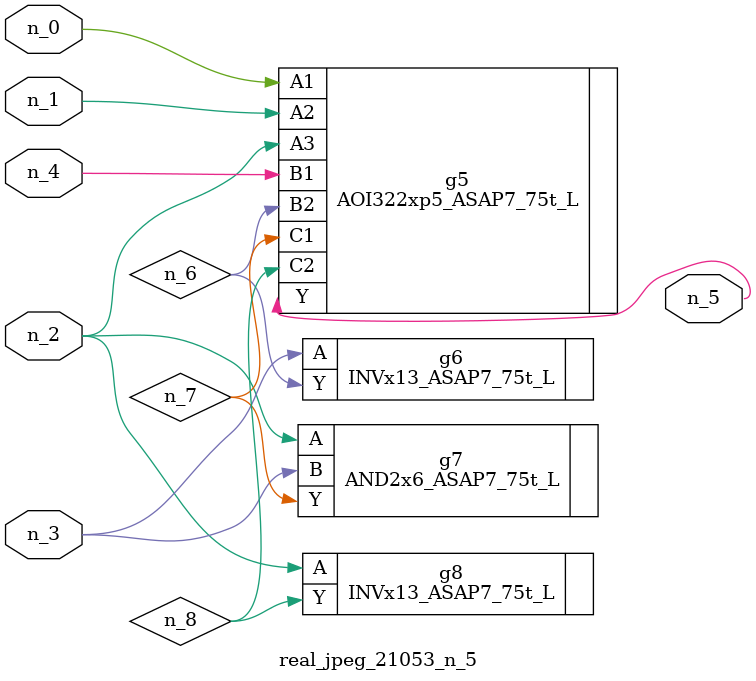
<source format=v>
module real_jpeg_21053_n_5 (n_4, n_0, n_1, n_2, n_3, n_5);

input n_4;
input n_0;
input n_1;
input n_2;
input n_3;

output n_5;

wire n_8;
wire n_6;
wire n_7;

AOI322xp5_ASAP7_75t_L g5 ( 
.A1(n_0),
.A2(n_1),
.A3(n_2),
.B1(n_4),
.B2(n_6),
.C1(n_7),
.C2(n_8),
.Y(n_5)
);

AND2x6_ASAP7_75t_L g7 ( 
.A(n_2),
.B(n_3),
.Y(n_7)
);

INVx13_ASAP7_75t_L g8 ( 
.A(n_2),
.Y(n_8)
);

INVx13_ASAP7_75t_L g6 ( 
.A(n_3),
.Y(n_6)
);


endmodule
</source>
